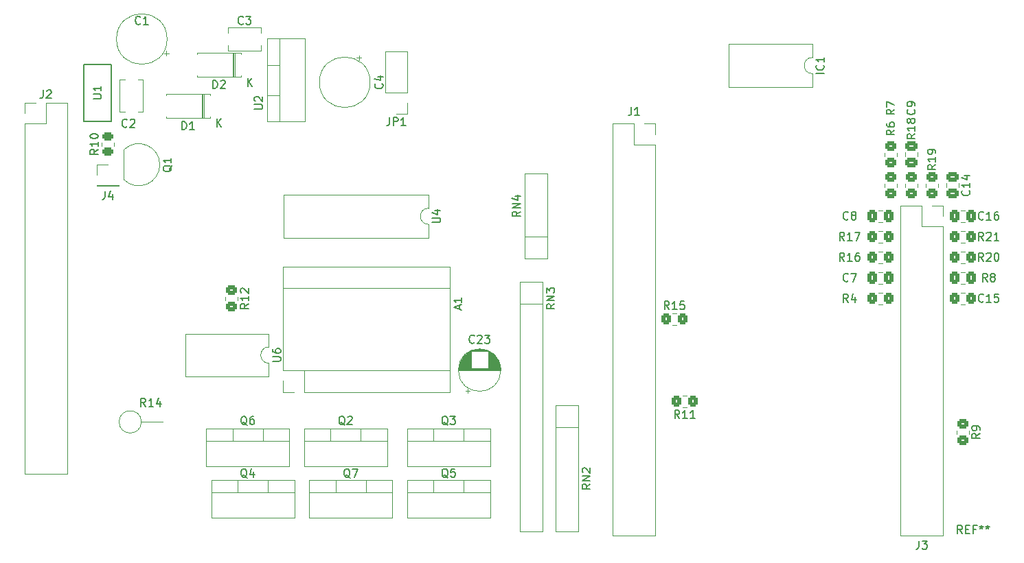
<source format=gto>
G04 #@! TF.GenerationSoftware,KiCad,Pcbnew,(6.0.0)*
G04 #@! TF.CreationDate,2022-01-14T02:16:32-05:00*
G04 #@! TF.ProjectId,klxecu,6b6c7865-6375-42e6-9b69-6361645f7063,rev?*
G04 #@! TF.SameCoordinates,Original*
G04 #@! TF.FileFunction,Legend,Top*
G04 #@! TF.FilePolarity,Positive*
%FSLAX46Y46*%
G04 Gerber Fmt 4.6, Leading zero omitted, Abs format (unit mm)*
G04 Created by KiCad (PCBNEW (6.0.0)) date 2022-01-14 02:16:32*
%MOMM*%
%LPD*%
G01*
G04 APERTURE LIST*
G04 Aperture macros list*
%AMRoundRect*
0 Rectangle with rounded corners*
0 $1 Rounding radius*
0 $2 $3 $4 $5 $6 $7 $8 $9 X,Y pos of 4 corners*
0 Add a 4 corners polygon primitive as box body*
4,1,4,$2,$3,$4,$5,$6,$7,$8,$9,$2,$3,0*
0 Add four circle primitives for the rounded corners*
1,1,$1+$1,$2,$3*
1,1,$1+$1,$4,$5*
1,1,$1+$1,$6,$7*
1,1,$1+$1,$8,$9*
0 Add four rect primitives between the rounded corners*
20,1,$1+$1,$2,$3,$4,$5,0*
20,1,$1+$1,$4,$5,$6,$7,0*
20,1,$1+$1,$6,$7,$8,$9,0*
20,1,$1+$1,$8,$9,$2,$3,0*%
G04 Aperture macros list end*
%ADD10C,0.150000*%
%ADD11C,0.120000*%
%ADD12C,6.400000*%
%ADD13RoundRect,0.250000X0.350000X0.450000X-0.350000X0.450000X-0.350000X-0.450000X0.350000X-0.450000X0*%
%ADD14RoundRect,0.250000X-0.450000X0.350000X-0.450000X-0.350000X0.450000X-0.350000X0.450000X0.350000X0*%
%ADD15RoundRect,0.250000X-0.350000X-0.450000X0.350000X-0.450000X0.350000X0.450000X-0.350000X0.450000X0*%
%ADD16RoundRect,0.250000X0.450000X-0.262500X0.450000X0.262500X-0.450000X0.262500X-0.450000X-0.262500X0*%
%ADD17C,1.600000*%
%ADD18O,1.600000X1.600000*%
%ADD19R,1.600000X1.600000*%
%ADD20R,2.000000X1.905000*%
%ADD21O,2.000000X1.905000*%
%ADD22R,1.905000X2.000000*%
%ADD23O,1.905000X2.000000*%
%ADD24O,1.500000X1.050000*%
%ADD25R,1.500000X1.050000*%
%ADD26R,1.700000X1.700000*%
%ADD27O,1.700000X1.700000*%
%ADD28R,2.200000X2.200000*%
%ADD29O,2.200000X2.200000*%
%ADD30RoundRect,0.250000X0.337500X0.475000X-0.337500X0.475000X-0.337500X-0.475000X0.337500X-0.475000X0*%
%ADD31RoundRect,0.250000X-0.475000X0.337500X-0.475000X-0.337500X0.475000X-0.337500X0.475000X0.337500X0*%
%ADD32RoundRect,0.250000X0.475000X-0.337500X0.475000X0.337500X-0.475000X0.337500X-0.475000X-0.337500X0*%
%ADD33RoundRect,0.250000X-0.337500X-0.475000X0.337500X-0.475000X0.337500X0.475000X-0.337500X0.475000X0*%
G04 APERTURE END LIST*
D10*
X142176666Y-89962380D02*
X141843333Y-89486190D01*
X141605238Y-89962380D02*
X141605238Y-88962380D01*
X141986190Y-88962380D01*
X142081428Y-89010000D01*
X142129047Y-89057619D01*
X142176666Y-89152857D01*
X142176666Y-89295714D01*
X142129047Y-89390952D01*
X142081428Y-89438571D01*
X141986190Y-89486190D01*
X141605238Y-89486190D01*
X142605238Y-89438571D02*
X142938571Y-89438571D01*
X143081428Y-89962380D02*
X142605238Y-89962380D01*
X142605238Y-88962380D01*
X143081428Y-88962380D01*
X143843333Y-89438571D02*
X143510000Y-89438571D01*
X143510000Y-89962380D02*
X143510000Y-88962380D01*
X143986190Y-88962380D01*
X144510000Y-88962380D02*
X144510000Y-89200476D01*
X144271904Y-89105238D02*
X144510000Y-89200476D01*
X144748095Y-89105238D01*
X144367142Y-89390952D02*
X144510000Y-89200476D01*
X144652857Y-89390952D01*
X145271904Y-88962380D02*
X145271904Y-89200476D01*
X145033809Y-89105238D02*
X145271904Y-89200476D01*
X145510000Y-89105238D01*
X145129047Y-89390952D02*
X145271904Y-89200476D01*
X145414761Y-89390952D01*
X144772142Y-53792380D02*
X144438809Y-53316190D01*
X144200714Y-53792380D02*
X144200714Y-52792380D01*
X144581666Y-52792380D01*
X144676904Y-52840000D01*
X144724523Y-52887619D01*
X144772142Y-52982857D01*
X144772142Y-53125714D01*
X144724523Y-53220952D01*
X144676904Y-53268571D01*
X144581666Y-53316190D01*
X144200714Y-53316190D01*
X145153095Y-52887619D02*
X145200714Y-52840000D01*
X145295952Y-52792380D01*
X145534047Y-52792380D01*
X145629285Y-52840000D01*
X145676904Y-52887619D01*
X145724523Y-52982857D01*
X145724523Y-53078095D01*
X145676904Y-53220952D01*
X145105476Y-53792380D01*
X145724523Y-53792380D01*
X146676904Y-53792380D02*
X146105476Y-53792380D01*
X146391190Y-53792380D02*
X146391190Y-52792380D01*
X146295952Y-52935238D01*
X146200714Y-53030476D01*
X146105476Y-53078095D01*
X144772142Y-56332380D02*
X144438809Y-55856190D01*
X144200714Y-56332380D02*
X144200714Y-55332380D01*
X144581666Y-55332380D01*
X144676904Y-55380000D01*
X144724523Y-55427619D01*
X144772142Y-55522857D01*
X144772142Y-55665714D01*
X144724523Y-55760952D01*
X144676904Y-55808571D01*
X144581666Y-55856190D01*
X144200714Y-55856190D01*
X145153095Y-55427619D02*
X145200714Y-55380000D01*
X145295952Y-55332380D01*
X145534047Y-55332380D01*
X145629285Y-55380000D01*
X145676904Y-55427619D01*
X145724523Y-55522857D01*
X145724523Y-55618095D01*
X145676904Y-55760952D01*
X145105476Y-56332380D01*
X145724523Y-56332380D01*
X146343571Y-55332380D02*
X146438809Y-55332380D01*
X146534047Y-55380000D01*
X146581666Y-55427619D01*
X146629285Y-55522857D01*
X146676904Y-55713333D01*
X146676904Y-55951428D01*
X146629285Y-56141904D01*
X146581666Y-56237142D01*
X146534047Y-56284761D01*
X146438809Y-56332380D01*
X146343571Y-56332380D01*
X146248333Y-56284761D01*
X146200714Y-56237142D01*
X146153095Y-56141904D01*
X146105476Y-55951428D01*
X146105476Y-55713333D01*
X146153095Y-55522857D01*
X146200714Y-55427619D01*
X146248333Y-55380000D01*
X146343571Y-55332380D01*
X138882380Y-44457857D02*
X138406190Y-44791190D01*
X138882380Y-45029285D02*
X137882380Y-45029285D01*
X137882380Y-44648333D01*
X137930000Y-44553095D01*
X137977619Y-44505476D01*
X138072857Y-44457857D01*
X138215714Y-44457857D01*
X138310952Y-44505476D01*
X138358571Y-44553095D01*
X138406190Y-44648333D01*
X138406190Y-45029285D01*
X138882380Y-43505476D02*
X138882380Y-44076904D01*
X138882380Y-43791190D02*
X137882380Y-43791190D01*
X138025238Y-43886428D01*
X138120476Y-43981666D01*
X138168095Y-44076904D01*
X138882380Y-43029285D02*
X138882380Y-42838809D01*
X138834761Y-42743571D01*
X138787142Y-42695952D01*
X138644285Y-42600714D01*
X138453809Y-42553095D01*
X138072857Y-42553095D01*
X137977619Y-42600714D01*
X137930000Y-42648333D01*
X137882380Y-42743571D01*
X137882380Y-42934047D01*
X137930000Y-43029285D01*
X137977619Y-43076904D01*
X138072857Y-43124523D01*
X138310952Y-43124523D01*
X138406190Y-43076904D01*
X138453809Y-43029285D01*
X138501428Y-42934047D01*
X138501428Y-42743571D01*
X138453809Y-42648333D01*
X138406190Y-42600714D01*
X138310952Y-42553095D01*
X136342380Y-40647857D02*
X135866190Y-40981190D01*
X136342380Y-41219285D02*
X135342380Y-41219285D01*
X135342380Y-40838333D01*
X135390000Y-40743095D01*
X135437619Y-40695476D01*
X135532857Y-40647857D01*
X135675714Y-40647857D01*
X135770952Y-40695476D01*
X135818571Y-40743095D01*
X135866190Y-40838333D01*
X135866190Y-41219285D01*
X136342380Y-39695476D02*
X136342380Y-40266904D01*
X136342380Y-39981190D02*
X135342380Y-39981190D01*
X135485238Y-40076428D01*
X135580476Y-40171666D01*
X135628095Y-40266904D01*
X135770952Y-39124047D02*
X135723333Y-39219285D01*
X135675714Y-39266904D01*
X135580476Y-39314523D01*
X135532857Y-39314523D01*
X135437619Y-39266904D01*
X135390000Y-39219285D01*
X135342380Y-39124047D01*
X135342380Y-38933571D01*
X135390000Y-38838333D01*
X135437619Y-38790714D01*
X135532857Y-38743095D01*
X135580476Y-38743095D01*
X135675714Y-38790714D01*
X135723333Y-38838333D01*
X135770952Y-38933571D01*
X135770952Y-39124047D01*
X135818571Y-39219285D01*
X135866190Y-39266904D01*
X135961428Y-39314523D01*
X136151904Y-39314523D01*
X136247142Y-39266904D01*
X136294761Y-39219285D01*
X136342380Y-39124047D01*
X136342380Y-38933571D01*
X136294761Y-38838333D01*
X136247142Y-38790714D01*
X136151904Y-38743095D01*
X135961428Y-38743095D01*
X135866190Y-38790714D01*
X135818571Y-38838333D01*
X135770952Y-38933571D01*
X127627142Y-53792380D02*
X127293809Y-53316190D01*
X127055714Y-53792380D02*
X127055714Y-52792380D01*
X127436666Y-52792380D01*
X127531904Y-52840000D01*
X127579523Y-52887619D01*
X127627142Y-52982857D01*
X127627142Y-53125714D01*
X127579523Y-53220952D01*
X127531904Y-53268571D01*
X127436666Y-53316190D01*
X127055714Y-53316190D01*
X128579523Y-53792380D02*
X128008095Y-53792380D01*
X128293809Y-53792380D02*
X128293809Y-52792380D01*
X128198571Y-52935238D01*
X128103333Y-53030476D01*
X128008095Y-53078095D01*
X128912857Y-52792380D02*
X129579523Y-52792380D01*
X129150952Y-53792380D01*
X127627142Y-56332380D02*
X127293809Y-55856190D01*
X127055714Y-56332380D02*
X127055714Y-55332380D01*
X127436666Y-55332380D01*
X127531904Y-55380000D01*
X127579523Y-55427619D01*
X127627142Y-55522857D01*
X127627142Y-55665714D01*
X127579523Y-55760952D01*
X127531904Y-55808571D01*
X127436666Y-55856190D01*
X127055714Y-55856190D01*
X128579523Y-56332380D02*
X128008095Y-56332380D01*
X128293809Y-56332380D02*
X128293809Y-55332380D01*
X128198571Y-55475238D01*
X128103333Y-55570476D01*
X128008095Y-55618095D01*
X129436666Y-55332380D02*
X129246190Y-55332380D01*
X129150952Y-55380000D01*
X129103333Y-55427619D01*
X129008095Y-55570476D01*
X128960476Y-55760952D01*
X128960476Y-56141904D01*
X129008095Y-56237142D01*
X129055714Y-56284761D01*
X129150952Y-56332380D01*
X129341428Y-56332380D01*
X129436666Y-56284761D01*
X129484285Y-56237142D01*
X129531904Y-56141904D01*
X129531904Y-55903809D01*
X129484285Y-55808571D01*
X129436666Y-55760952D01*
X129341428Y-55713333D01*
X129150952Y-55713333D01*
X129055714Y-55760952D01*
X129008095Y-55808571D01*
X128960476Y-55903809D01*
X106037142Y-62302380D02*
X105703809Y-61826190D01*
X105465714Y-62302380D02*
X105465714Y-61302380D01*
X105846666Y-61302380D01*
X105941904Y-61350000D01*
X105989523Y-61397619D01*
X106037142Y-61492857D01*
X106037142Y-61635714D01*
X105989523Y-61730952D01*
X105941904Y-61778571D01*
X105846666Y-61826190D01*
X105465714Y-61826190D01*
X106989523Y-62302380D02*
X106418095Y-62302380D01*
X106703809Y-62302380D02*
X106703809Y-61302380D01*
X106608571Y-61445238D01*
X106513333Y-61540476D01*
X106418095Y-61588095D01*
X107894285Y-61302380D02*
X107418095Y-61302380D01*
X107370476Y-61778571D01*
X107418095Y-61730952D01*
X107513333Y-61683333D01*
X107751428Y-61683333D01*
X107846666Y-61730952D01*
X107894285Y-61778571D01*
X107941904Y-61873809D01*
X107941904Y-62111904D01*
X107894285Y-62207142D01*
X107846666Y-62254761D01*
X107751428Y-62302380D01*
X107513333Y-62302380D01*
X107418095Y-62254761D01*
X107370476Y-62207142D01*
X128103333Y-61412380D02*
X127770000Y-60936190D01*
X127531904Y-61412380D02*
X127531904Y-60412380D01*
X127912857Y-60412380D01*
X128008095Y-60460000D01*
X128055714Y-60507619D01*
X128103333Y-60602857D01*
X128103333Y-60745714D01*
X128055714Y-60840952D01*
X128008095Y-60888571D01*
X127912857Y-60936190D01*
X127531904Y-60936190D01*
X128960476Y-60745714D02*
X128960476Y-61412380D01*
X128722380Y-60364761D02*
X128484285Y-61079047D01*
X129103333Y-61079047D01*
X35632380Y-42552857D02*
X35156190Y-42886190D01*
X35632380Y-43124285D02*
X34632380Y-43124285D01*
X34632380Y-42743333D01*
X34680000Y-42648095D01*
X34727619Y-42600476D01*
X34822857Y-42552857D01*
X34965714Y-42552857D01*
X35060952Y-42600476D01*
X35108571Y-42648095D01*
X35156190Y-42743333D01*
X35156190Y-43124285D01*
X35632380Y-41600476D02*
X35632380Y-42171904D01*
X35632380Y-41886190D02*
X34632380Y-41886190D01*
X34775238Y-41981428D01*
X34870476Y-42076666D01*
X34918095Y-42171904D01*
X34632380Y-40981428D02*
X34632380Y-40886190D01*
X34680000Y-40790952D01*
X34727619Y-40743333D01*
X34822857Y-40695714D01*
X35013333Y-40648095D01*
X35251428Y-40648095D01*
X35441904Y-40695714D01*
X35537142Y-40743333D01*
X35584761Y-40790952D01*
X35632380Y-40886190D01*
X35632380Y-40981428D01*
X35584761Y-41076666D01*
X35537142Y-41124285D01*
X35441904Y-41171904D01*
X35251428Y-41219523D01*
X35013333Y-41219523D01*
X34822857Y-41171904D01*
X34727619Y-41124285D01*
X34680000Y-41076666D01*
X34632380Y-40981428D01*
X107307142Y-75762380D02*
X106973809Y-75286190D01*
X106735714Y-75762380D02*
X106735714Y-74762380D01*
X107116666Y-74762380D01*
X107211904Y-74810000D01*
X107259523Y-74857619D01*
X107307142Y-74952857D01*
X107307142Y-75095714D01*
X107259523Y-75190952D01*
X107211904Y-75238571D01*
X107116666Y-75286190D01*
X106735714Y-75286190D01*
X108259523Y-75762380D02*
X107688095Y-75762380D01*
X107973809Y-75762380D02*
X107973809Y-74762380D01*
X107878571Y-74905238D01*
X107783333Y-75000476D01*
X107688095Y-75048095D01*
X109211904Y-75762380D02*
X108640476Y-75762380D01*
X108926190Y-75762380D02*
X108926190Y-74762380D01*
X108830952Y-74905238D01*
X108735714Y-75000476D01*
X108640476Y-75048095D01*
X41492142Y-74282380D02*
X41158809Y-73806190D01*
X40920714Y-74282380D02*
X40920714Y-73282380D01*
X41301666Y-73282380D01*
X41396904Y-73330000D01*
X41444523Y-73377619D01*
X41492142Y-73472857D01*
X41492142Y-73615714D01*
X41444523Y-73710952D01*
X41396904Y-73758571D01*
X41301666Y-73806190D01*
X40920714Y-73806190D01*
X42444523Y-74282380D02*
X41873095Y-74282380D01*
X42158809Y-74282380D02*
X42158809Y-73282380D01*
X42063571Y-73425238D01*
X41968333Y-73520476D01*
X41873095Y-73568095D01*
X43301666Y-73615714D02*
X43301666Y-74282380D01*
X43063571Y-73234761D02*
X42825476Y-73949047D01*
X43444523Y-73949047D01*
X57134058Y-68716904D02*
X57943582Y-68716904D01*
X58038820Y-68669285D01*
X58086439Y-68621666D01*
X58134058Y-68526428D01*
X58134058Y-68335952D01*
X58086439Y-68240714D01*
X58038820Y-68193095D01*
X57943582Y-68145476D01*
X57134058Y-68145476D01*
X57134058Y-67240714D02*
X57134058Y-67431190D01*
X57181678Y-67526428D01*
X57229297Y-67574047D01*
X57372154Y-67669285D01*
X57562630Y-67716904D01*
X57943582Y-67716904D01*
X58038820Y-67669285D01*
X58086439Y-67621666D01*
X58134058Y-67526428D01*
X58134058Y-67335952D01*
X58086439Y-67240714D01*
X58038820Y-67193095D01*
X57943582Y-67145476D01*
X57705487Y-67145476D01*
X57610249Y-67193095D01*
X57562630Y-67240714D01*
X57515011Y-67335952D01*
X57515011Y-67526428D01*
X57562630Y-67621666D01*
X57610249Y-67669285D01*
X57705487Y-67716904D01*
X76824058Y-51571904D02*
X77633582Y-51571904D01*
X77728820Y-51524285D01*
X77776439Y-51476666D01*
X77824058Y-51381428D01*
X77824058Y-51190952D01*
X77776439Y-51095714D01*
X77728820Y-51048095D01*
X77633582Y-51000476D01*
X76824058Y-51000476D01*
X77157392Y-50095714D02*
X77824058Y-50095714D01*
X76776439Y-50333809D02*
X77490725Y-50571904D01*
X77490725Y-49952857D01*
X54906067Y-37591904D02*
X55715591Y-37591904D01*
X55810829Y-37544285D01*
X55858448Y-37496666D01*
X55906067Y-37401428D01*
X55906067Y-37210952D01*
X55858448Y-37115714D01*
X55810829Y-37068095D01*
X55715591Y-37020476D01*
X54906067Y-37020476D01*
X55001306Y-36591904D02*
X54953687Y-36544285D01*
X54906067Y-36449047D01*
X54906067Y-36210952D01*
X54953687Y-36115714D01*
X55001306Y-36068095D01*
X55096544Y-36020476D01*
X55191782Y-36020476D01*
X55334639Y-36068095D01*
X55906067Y-36639523D01*
X55906067Y-36020476D01*
X35012380Y-36321904D02*
X35821904Y-36321904D01*
X35917142Y-36274285D01*
X35964761Y-36226666D01*
X36012380Y-36131428D01*
X36012380Y-35940952D01*
X35964761Y-35845714D01*
X35917142Y-35798095D01*
X35821904Y-35750476D01*
X35012380Y-35750476D01*
X36012380Y-34750476D02*
X36012380Y-35321904D01*
X36012380Y-35036190D02*
X35012380Y-35036190D01*
X35155238Y-35131428D01*
X35250476Y-35226666D01*
X35298095Y-35321904D01*
X87694058Y-50235476D02*
X87217868Y-50568809D01*
X87694058Y-50806904D02*
X86694058Y-50806904D01*
X86694058Y-50425952D01*
X86741678Y-50330714D01*
X86789297Y-50283095D01*
X86884535Y-50235476D01*
X87027392Y-50235476D01*
X87122630Y-50283095D01*
X87170249Y-50330714D01*
X87217868Y-50425952D01*
X87217868Y-50806904D01*
X87694058Y-49806904D02*
X86694058Y-49806904D01*
X87694058Y-49235476D01*
X86694058Y-49235476D01*
X87027392Y-48330714D02*
X87694058Y-48330714D01*
X86646439Y-48568809D02*
X87360725Y-48806904D01*
X87360725Y-48187857D01*
X91892380Y-61650476D02*
X91416190Y-61983809D01*
X91892380Y-62221904D02*
X90892380Y-62221904D01*
X90892380Y-61840952D01*
X90940000Y-61745714D01*
X90987619Y-61698095D01*
X91082857Y-61650476D01*
X91225714Y-61650476D01*
X91320952Y-61698095D01*
X91368571Y-61745714D01*
X91416190Y-61840952D01*
X91416190Y-62221904D01*
X91892380Y-61221904D02*
X90892380Y-61221904D01*
X91892380Y-60650476D01*
X90892380Y-60650476D01*
X90892380Y-60269523D02*
X90892380Y-59650476D01*
X91273333Y-59983809D01*
X91273333Y-59840952D01*
X91320952Y-59745714D01*
X91368571Y-59698095D01*
X91463809Y-59650476D01*
X91701904Y-59650476D01*
X91797142Y-59698095D01*
X91844761Y-59745714D01*
X91892380Y-59840952D01*
X91892380Y-60126666D01*
X91844761Y-60221904D01*
X91797142Y-60269523D01*
X96304058Y-83875476D02*
X95827868Y-84208809D01*
X96304058Y-84446904D02*
X95304058Y-84446904D01*
X95304058Y-84065952D01*
X95351678Y-83970714D01*
X95399297Y-83923095D01*
X95494535Y-83875476D01*
X95637392Y-83875476D01*
X95732630Y-83923095D01*
X95780249Y-83970714D01*
X95827868Y-84065952D01*
X95827868Y-84446904D01*
X96304058Y-83446904D02*
X95304058Y-83446904D01*
X96304058Y-82875476D01*
X95304058Y-82875476D01*
X95399297Y-82446904D02*
X95351678Y-82399285D01*
X95304058Y-82304047D01*
X95304058Y-82065952D01*
X95351678Y-81970714D01*
X95399297Y-81923095D01*
X95494535Y-81875476D01*
X95589773Y-81875476D01*
X95732630Y-81923095D01*
X96304058Y-82494523D01*
X96304058Y-81875476D01*
X54172380Y-61602857D02*
X53696190Y-61936190D01*
X54172380Y-62174285D02*
X53172380Y-62174285D01*
X53172380Y-61793333D01*
X53220000Y-61698095D01*
X53267619Y-61650476D01*
X53362857Y-61602857D01*
X53505714Y-61602857D01*
X53600952Y-61650476D01*
X53648571Y-61698095D01*
X53696190Y-61793333D01*
X53696190Y-62174285D01*
X54172380Y-60650476D02*
X54172380Y-61221904D01*
X54172380Y-60936190D02*
X53172380Y-60936190D01*
X53315238Y-61031428D01*
X53410476Y-61126666D01*
X53458095Y-61221904D01*
X53267619Y-60269523D02*
X53220000Y-60221904D01*
X53172380Y-60126666D01*
X53172380Y-59888571D01*
X53220000Y-59793333D01*
X53267619Y-59745714D01*
X53362857Y-59698095D01*
X53458095Y-59698095D01*
X53600952Y-59745714D01*
X54172380Y-60317142D01*
X54172380Y-59698095D01*
X144342380Y-77636666D02*
X143866190Y-77970000D01*
X144342380Y-78208095D02*
X143342380Y-78208095D01*
X143342380Y-77827142D01*
X143390000Y-77731904D01*
X143437619Y-77684285D01*
X143532857Y-77636666D01*
X143675714Y-77636666D01*
X143770952Y-77684285D01*
X143818571Y-77731904D01*
X143866190Y-77827142D01*
X143866190Y-78208095D01*
X144342380Y-77160476D02*
X144342380Y-76970000D01*
X144294761Y-76874761D01*
X144247142Y-76827142D01*
X144104285Y-76731904D01*
X143913809Y-76684285D01*
X143532857Y-76684285D01*
X143437619Y-76731904D01*
X143390000Y-76779523D01*
X143342380Y-76874761D01*
X143342380Y-77065238D01*
X143390000Y-77160476D01*
X143437619Y-77208095D01*
X143532857Y-77255714D01*
X143770952Y-77255714D01*
X143866190Y-77208095D01*
X143913809Y-77160476D01*
X143961428Y-77065238D01*
X143961428Y-76874761D01*
X143913809Y-76779523D01*
X143866190Y-76731904D01*
X143770952Y-76684285D01*
X145248333Y-58872380D02*
X144915000Y-58396190D01*
X144676904Y-58872380D02*
X144676904Y-57872380D01*
X145057857Y-57872380D01*
X145153095Y-57920000D01*
X145200714Y-57967619D01*
X145248333Y-58062857D01*
X145248333Y-58205714D01*
X145200714Y-58300952D01*
X145153095Y-58348571D01*
X145057857Y-58396190D01*
X144676904Y-58396190D01*
X145819761Y-58300952D02*
X145724523Y-58253333D01*
X145676904Y-58205714D01*
X145629285Y-58110476D01*
X145629285Y-58062857D01*
X145676904Y-57967619D01*
X145724523Y-57920000D01*
X145819761Y-57872380D01*
X146010238Y-57872380D01*
X146105476Y-57920000D01*
X146153095Y-57967619D01*
X146200714Y-58062857D01*
X146200714Y-58110476D01*
X146153095Y-58205714D01*
X146105476Y-58253333D01*
X146010238Y-58300952D01*
X145819761Y-58300952D01*
X145724523Y-58348571D01*
X145676904Y-58396190D01*
X145629285Y-58491428D01*
X145629285Y-58681904D01*
X145676904Y-58777142D01*
X145724523Y-58824761D01*
X145819761Y-58872380D01*
X146010238Y-58872380D01*
X146105476Y-58824761D01*
X146153095Y-58777142D01*
X146200714Y-58681904D01*
X146200714Y-58491428D01*
X146153095Y-58396190D01*
X146105476Y-58348571D01*
X146010238Y-58300952D01*
X133802380Y-37631666D02*
X133326190Y-37965000D01*
X133802380Y-38203095D02*
X132802380Y-38203095D01*
X132802380Y-37822142D01*
X132850000Y-37726904D01*
X132897619Y-37679285D01*
X132992857Y-37631666D01*
X133135714Y-37631666D01*
X133230952Y-37679285D01*
X133278571Y-37726904D01*
X133326190Y-37822142D01*
X133326190Y-38203095D01*
X132802380Y-37298333D02*
X132802380Y-36631666D01*
X133802380Y-37060238D01*
X133802380Y-40171666D02*
X133326190Y-40505000D01*
X133802380Y-40743095D02*
X132802380Y-40743095D01*
X132802380Y-40362142D01*
X132850000Y-40266904D01*
X132897619Y-40219285D01*
X132992857Y-40171666D01*
X133135714Y-40171666D01*
X133230952Y-40219285D01*
X133278571Y-40266904D01*
X133326190Y-40362142D01*
X133326190Y-40743095D01*
X132802380Y-39314523D02*
X132802380Y-39505000D01*
X132850000Y-39600238D01*
X132897619Y-39647857D01*
X133040476Y-39743095D01*
X133230952Y-39790714D01*
X133611904Y-39790714D01*
X133707142Y-39743095D01*
X133754761Y-39695476D01*
X133802380Y-39600238D01*
X133802380Y-39409761D01*
X133754761Y-39314523D01*
X133707142Y-39266904D01*
X133611904Y-39219285D01*
X133373809Y-39219285D01*
X133278571Y-39266904D01*
X133230952Y-39314523D01*
X133183333Y-39409761D01*
X133183333Y-39600238D01*
X133230952Y-39695476D01*
X133278571Y-39743095D01*
X133373809Y-39790714D01*
X66686439Y-83097619D02*
X66591201Y-83050000D01*
X66495963Y-82954761D01*
X66353106Y-82811904D01*
X66257868Y-82764285D01*
X66162630Y-82764285D01*
X66210249Y-83002380D02*
X66115011Y-82954761D01*
X66019773Y-82859523D01*
X65972154Y-82669047D01*
X65972154Y-82335714D01*
X66019773Y-82145238D01*
X66115011Y-82050000D01*
X66210249Y-82002380D01*
X66400725Y-82002380D01*
X66495963Y-82050000D01*
X66591201Y-82145238D01*
X66638820Y-82335714D01*
X66638820Y-82669047D01*
X66591201Y-82859523D01*
X66495963Y-82954761D01*
X66400725Y-83002380D01*
X66210249Y-83002380D01*
X66972154Y-82002380D02*
X67638820Y-82002380D01*
X67210249Y-83002380D01*
X53986439Y-76597619D02*
X53891201Y-76550000D01*
X53795963Y-76454761D01*
X53653106Y-76311904D01*
X53557868Y-76264285D01*
X53462630Y-76264285D01*
X53510249Y-76502380D02*
X53415011Y-76454761D01*
X53319773Y-76359523D01*
X53272154Y-76169047D01*
X53272154Y-75835714D01*
X53319773Y-75645238D01*
X53415011Y-75550000D01*
X53510249Y-75502380D01*
X53700725Y-75502380D01*
X53795963Y-75550000D01*
X53891201Y-75645238D01*
X53938820Y-75835714D01*
X53938820Y-76169047D01*
X53891201Y-76359523D01*
X53795963Y-76454761D01*
X53700725Y-76502380D01*
X53510249Y-76502380D01*
X54795963Y-75502380D02*
X54605487Y-75502380D01*
X54510249Y-75550000D01*
X54462630Y-75597619D01*
X54367392Y-75740476D01*
X54319773Y-75930952D01*
X54319773Y-76311904D01*
X54367392Y-76407142D01*
X54415011Y-76454761D01*
X54510249Y-76502380D01*
X54700725Y-76502380D01*
X54795963Y-76454761D01*
X54843582Y-76407142D01*
X54891201Y-76311904D01*
X54891201Y-76073809D01*
X54843582Y-75978571D01*
X54795963Y-75930952D01*
X54700725Y-75883333D01*
X54510249Y-75883333D01*
X54415011Y-75930952D01*
X54367392Y-75978571D01*
X54319773Y-76073809D01*
X78751439Y-83097619D02*
X78656201Y-83050000D01*
X78560963Y-82954761D01*
X78418106Y-82811904D01*
X78322868Y-82764285D01*
X78227630Y-82764285D01*
X78275249Y-83002380D02*
X78180011Y-82954761D01*
X78084773Y-82859523D01*
X78037154Y-82669047D01*
X78037154Y-82335714D01*
X78084773Y-82145238D01*
X78180011Y-82050000D01*
X78275249Y-82002380D01*
X78465725Y-82002380D01*
X78560963Y-82050000D01*
X78656201Y-82145238D01*
X78703820Y-82335714D01*
X78703820Y-82669047D01*
X78656201Y-82859523D01*
X78560963Y-82954761D01*
X78465725Y-83002380D01*
X78275249Y-83002380D01*
X79608582Y-82002380D02*
X79132392Y-82002380D01*
X79084773Y-82478571D01*
X79132392Y-82430952D01*
X79227630Y-82383333D01*
X79465725Y-82383333D01*
X79560963Y-82430952D01*
X79608582Y-82478571D01*
X79656201Y-82573809D01*
X79656201Y-82811904D01*
X79608582Y-82907142D01*
X79560963Y-82954761D01*
X79465725Y-83002380D01*
X79227630Y-83002380D01*
X79132392Y-82954761D01*
X79084773Y-82907142D01*
X53986439Y-83097619D02*
X53891201Y-83050000D01*
X53795963Y-82954761D01*
X53653106Y-82811904D01*
X53557868Y-82764285D01*
X53462630Y-82764285D01*
X53510249Y-83002380D02*
X53415011Y-82954761D01*
X53319773Y-82859523D01*
X53272154Y-82669047D01*
X53272154Y-82335714D01*
X53319773Y-82145238D01*
X53415011Y-82050000D01*
X53510249Y-82002380D01*
X53700725Y-82002380D01*
X53795963Y-82050000D01*
X53891201Y-82145238D01*
X53938820Y-82335714D01*
X53938820Y-82669047D01*
X53891201Y-82859523D01*
X53795963Y-82954761D01*
X53700725Y-83002380D01*
X53510249Y-83002380D01*
X54795963Y-82335714D02*
X54795963Y-83002380D01*
X54557868Y-81954761D02*
X54319773Y-82669047D01*
X54938820Y-82669047D01*
X78751439Y-76597619D02*
X78656201Y-76550000D01*
X78560963Y-76454761D01*
X78418106Y-76311904D01*
X78322868Y-76264285D01*
X78227630Y-76264285D01*
X78275249Y-76502380D02*
X78180011Y-76454761D01*
X78084773Y-76359523D01*
X78037154Y-76169047D01*
X78037154Y-75835714D01*
X78084773Y-75645238D01*
X78180011Y-75550000D01*
X78275249Y-75502380D01*
X78465725Y-75502380D01*
X78560963Y-75550000D01*
X78656201Y-75645238D01*
X78703820Y-75835714D01*
X78703820Y-76169047D01*
X78656201Y-76359523D01*
X78560963Y-76454761D01*
X78465725Y-76502380D01*
X78275249Y-76502380D01*
X79037154Y-75502380D02*
X79656201Y-75502380D01*
X79322868Y-75883333D01*
X79465725Y-75883333D01*
X79560963Y-75930952D01*
X79608582Y-75978571D01*
X79656201Y-76073809D01*
X79656201Y-76311904D01*
X79608582Y-76407142D01*
X79560963Y-76454761D01*
X79465725Y-76502380D01*
X79180011Y-76502380D01*
X79084773Y-76454761D01*
X79037154Y-76407142D01*
X66051439Y-76597619D02*
X65956201Y-76550000D01*
X65860963Y-76454761D01*
X65718106Y-76311904D01*
X65622868Y-76264285D01*
X65527630Y-76264285D01*
X65575249Y-76502380D02*
X65480011Y-76454761D01*
X65384773Y-76359523D01*
X65337154Y-76169047D01*
X65337154Y-75835714D01*
X65384773Y-75645238D01*
X65480011Y-75550000D01*
X65575249Y-75502380D01*
X65765725Y-75502380D01*
X65860963Y-75550000D01*
X65956201Y-75645238D01*
X66003820Y-75835714D01*
X66003820Y-76169047D01*
X65956201Y-76359523D01*
X65860963Y-76454761D01*
X65765725Y-76502380D01*
X65575249Y-76502380D01*
X66384773Y-75597619D02*
X66432392Y-75550000D01*
X66527630Y-75502380D01*
X66765725Y-75502380D01*
X66860963Y-75550000D01*
X66908582Y-75597619D01*
X66956201Y-75692857D01*
X66956201Y-75788095D01*
X66908582Y-75930952D01*
X66337154Y-76502380D01*
X66956201Y-76502380D01*
X44747619Y-44545238D02*
X44700000Y-44640476D01*
X44604761Y-44735714D01*
X44461904Y-44878571D01*
X44414285Y-44973809D01*
X44414285Y-45069047D01*
X44652380Y-45021428D02*
X44604761Y-45116666D01*
X44509523Y-45211904D01*
X44319047Y-45259523D01*
X43985714Y-45259523D01*
X43795238Y-45211904D01*
X43700000Y-45116666D01*
X43652380Y-45021428D01*
X43652380Y-44830952D01*
X43700000Y-44735714D01*
X43795238Y-44640476D01*
X43985714Y-44592857D01*
X44319047Y-44592857D01*
X44509523Y-44640476D01*
X44604761Y-44735714D01*
X44652380Y-44830952D01*
X44652380Y-45021428D01*
X44652380Y-43640476D02*
X44652380Y-44211904D01*
X44652380Y-43926190D02*
X43652380Y-43926190D01*
X43795238Y-44021428D01*
X43890476Y-44116666D01*
X43938095Y-44211904D01*
X71556666Y-38612380D02*
X71556666Y-39326666D01*
X71509047Y-39469523D01*
X71413809Y-39564761D01*
X71270952Y-39612380D01*
X71175714Y-39612380D01*
X72032857Y-39612380D02*
X72032857Y-38612380D01*
X72413809Y-38612380D01*
X72509047Y-38660000D01*
X72556666Y-38707619D01*
X72604285Y-38802857D01*
X72604285Y-38945714D01*
X72556666Y-39040952D01*
X72509047Y-39088571D01*
X72413809Y-39136190D01*
X72032857Y-39136190D01*
X73556666Y-39612380D02*
X72985238Y-39612380D01*
X73270952Y-39612380D02*
X73270952Y-38612380D01*
X73175714Y-38755238D01*
X73080476Y-38850476D01*
X72985238Y-38898095D01*
X36496666Y-47712380D02*
X36496666Y-48426666D01*
X36449047Y-48569523D01*
X36353809Y-48664761D01*
X36210952Y-48712380D01*
X36115714Y-48712380D01*
X37401428Y-48045714D02*
X37401428Y-48712380D01*
X37163333Y-47664761D02*
X36925238Y-48379047D01*
X37544285Y-48379047D01*
X136826666Y-90892380D02*
X136826666Y-91606666D01*
X136779047Y-91749523D01*
X136683809Y-91844761D01*
X136540952Y-91892380D01*
X136445714Y-91892380D01*
X137207619Y-90892380D02*
X137826666Y-90892380D01*
X137493333Y-91273333D01*
X137636190Y-91273333D01*
X137731428Y-91320952D01*
X137779047Y-91368571D01*
X137826666Y-91463809D01*
X137826666Y-91701904D01*
X137779047Y-91797142D01*
X137731428Y-91844761D01*
X137636190Y-91892380D01*
X137350476Y-91892380D01*
X137255238Y-91844761D01*
X137207619Y-91797142D01*
X28871666Y-35237380D02*
X28871666Y-35951666D01*
X28824047Y-36094523D01*
X28728809Y-36189761D01*
X28585952Y-36237380D01*
X28490714Y-36237380D01*
X29300238Y-35332619D02*
X29347857Y-35285000D01*
X29443095Y-35237380D01*
X29681190Y-35237380D01*
X29776428Y-35285000D01*
X29824047Y-35332619D01*
X29871666Y-35427857D01*
X29871666Y-35523095D01*
X29824047Y-35665952D01*
X29252619Y-36237380D01*
X29871666Y-36237380D01*
X101356666Y-37352380D02*
X101356666Y-38066666D01*
X101309047Y-38209523D01*
X101213809Y-38304761D01*
X101070952Y-38352380D01*
X100975714Y-38352380D01*
X102356666Y-38352380D02*
X101785238Y-38352380D01*
X102070952Y-38352380D02*
X102070952Y-37352380D01*
X101975714Y-37495238D01*
X101880476Y-37590476D01*
X101785238Y-37638095D01*
X125141900Y-33185710D02*
X124141900Y-33185710D01*
X125046662Y-32138091D02*
X125094281Y-32185710D01*
X125141900Y-32328567D01*
X125141900Y-32423805D01*
X125094281Y-32566662D01*
X124999043Y-32661900D01*
X124903805Y-32709520D01*
X124713329Y-32757139D01*
X124570472Y-32757139D01*
X124379996Y-32709520D01*
X124284758Y-32661900D01*
X124189520Y-32566662D01*
X124141900Y-32423805D01*
X124141900Y-32328567D01*
X124189520Y-32185710D01*
X124237139Y-32138091D01*
X125141900Y-31185710D02*
X125141900Y-31757139D01*
X125141900Y-31471424D02*
X124141900Y-31471424D01*
X124284758Y-31566662D01*
X124379996Y-31661900D01*
X124427615Y-31757139D01*
X49785591Y-35031067D02*
X49785591Y-34031067D01*
X50023687Y-34031067D01*
X50166544Y-34078687D01*
X50261782Y-34173925D01*
X50309401Y-34269163D01*
X50357020Y-34459639D01*
X50357020Y-34602496D01*
X50309401Y-34792972D01*
X50261782Y-34888210D01*
X50166544Y-34983448D01*
X50023687Y-35031067D01*
X49785591Y-35031067D01*
X50737972Y-34126306D02*
X50785591Y-34078687D01*
X50880829Y-34031067D01*
X51118925Y-34031067D01*
X51214163Y-34078687D01*
X51261782Y-34126306D01*
X51309401Y-34221544D01*
X51309401Y-34316782D01*
X51261782Y-34459639D01*
X50690353Y-35031067D01*
X51309401Y-35031067D01*
X54071782Y-34742380D02*
X54071782Y-33742380D01*
X54643210Y-34742380D02*
X54214639Y-34170952D01*
X54643210Y-33742380D02*
X54071782Y-34313809D01*
X45975591Y-40111067D02*
X45975591Y-39111067D01*
X46213687Y-39111067D01*
X46356544Y-39158687D01*
X46451782Y-39253925D01*
X46499401Y-39349163D01*
X46547020Y-39539639D01*
X46547020Y-39682496D01*
X46499401Y-39872972D01*
X46451782Y-39968210D01*
X46356544Y-40063448D01*
X46213687Y-40111067D01*
X45975591Y-40111067D01*
X47499401Y-40111067D02*
X46927972Y-40111067D01*
X47213687Y-40111067D02*
X47213687Y-39111067D01*
X47118448Y-39253925D01*
X47023210Y-39349163D01*
X46927972Y-39396782D01*
X50261782Y-39741067D02*
X50261782Y-38741067D01*
X50833210Y-39741067D02*
X50404639Y-39169639D01*
X50833210Y-38741067D02*
X50261782Y-39312496D01*
X82013820Y-66397142D02*
X81966201Y-66444761D01*
X81823344Y-66492380D01*
X81728106Y-66492380D01*
X81585249Y-66444761D01*
X81490011Y-66349523D01*
X81442392Y-66254285D01*
X81394773Y-66063809D01*
X81394773Y-65920952D01*
X81442392Y-65730476D01*
X81490011Y-65635238D01*
X81585249Y-65540000D01*
X81728106Y-65492380D01*
X81823344Y-65492380D01*
X81966201Y-65540000D01*
X82013820Y-65587619D01*
X82394773Y-65587619D02*
X82442392Y-65540000D01*
X82537630Y-65492380D01*
X82775725Y-65492380D01*
X82870963Y-65540000D01*
X82918582Y-65587619D01*
X82966201Y-65682857D01*
X82966201Y-65778095D01*
X82918582Y-65920952D01*
X82347154Y-66492380D01*
X82966201Y-66492380D01*
X83299535Y-65492380D02*
X83918582Y-65492380D01*
X83585249Y-65873333D01*
X83728106Y-65873333D01*
X83823344Y-65920952D01*
X83870963Y-65968571D01*
X83918582Y-66063809D01*
X83918582Y-66301904D01*
X83870963Y-66397142D01*
X83823344Y-66444761D01*
X83728106Y-66492380D01*
X83442392Y-66492380D01*
X83347154Y-66444761D01*
X83299535Y-66397142D01*
X144772142Y-51157142D02*
X144724523Y-51204761D01*
X144581666Y-51252380D01*
X144486428Y-51252380D01*
X144343571Y-51204761D01*
X144248333Y-51109523D01*
X144200714Y-51014285D01*
X144153095Y-50823809D01*
X144153095Y-50680952D01*
X144200714Y-50490476D01*
X144248333Y-50395238D01*
X144343571Y-50300000D01*
X144486428Y-50252380D01*
X144581666Y-50252380D01*
X144724523Y-50300000D01*
X144772142Y-50347619D01*
X145724523Y-51252380D02*
X145153095Y-51252380D01*
X145438809Y-51252380D02*
X145438809Y-50252380D01*
X145343571Y-50395238D01*
X145248333Y-50490476D01*
X145153095Y-50538095D01*
X146581666Y-50252380D02*
X146391190Y-50252380D01*
X146295952Y-50300000D01*
X146248333Y-50347619D01*
X146153095Y-50490476D01*
X146105476Y-50680952D01*
X146105476Y-51061904D01*
X146153095Y-51157142D01*
X146200714Y-51204761D01*
X146295952Y-51252380D01*
X146486428Y-51252380D01*
X146581666Y-51204761D01*
X146629285Y-51157142D01*
X146676904Y-51061904D01*
X146676904Y-50823809D01*
X146629285Y-50728571D01*
X146581666Y-50680952D01*
X146486428Y-50633333D01*
X146295952Y-50633333D01*
X146200714Y-50680952D01*
X146153095Y-50728571D01*
X146105476Y-50823809D01*
X144772142Y-61317142D02*
X144724523Y-61364761D01*
X144581666Y-61412380D01*
X144486428Y-61412380D01*
X144343571Y-61364761D01*
X144248333Y-61269523D01*
X144200714Y-61174285D01*
X144153095Y-60983809D01*
X144153095Y-60840952D01*
X144200714Y-60650476D01*
X144248333Y-60555238D01*
X144343571Y-60460000D01*
X144486428Y-60412380D01*
X144581666Y-60412380D01*
X144724523Y-60460000D01*
X144772142Y-60507619D01*
X145724523Y-61412380D02*
X145153095Y-61412380D01*
X145438809Y-61412380D02*
X145438809Y-60412380D01*
X145343571Y-60555238D01*
X145248333Y-60650476D01*
X145153095Y-60698095D01*
X146629285Y-60412380D02*
X146153095Y-60412380D01*
X146105476Y-60888571D01*
X146153095Y-60840952D01*
X146248333Y-60793333D01*
X146486428Y-60793333D01*
X146581666Y-60840952D01*
X146629285Y-60888571D01*
X146676904Y-60983809D01*
X146676904Y-61221904D01*
X146629285Y-61317142D01*
X146581666Y-61364761D01*
X146486428Y-61412380D01*
X146248333Y-61412380D01*
X146153095Y-61364761D01*
X146105476Y-61317142D01*
X143007142Y-47632857D02*
X143054761Y-47680476D01*
X143102380Y-47823333D01*
X143102380Y-47918571D01*
X143054761Y-48061428D01*
X142959523Y-48156666D01*
X142864285Y-48204285D01*
X142673809Y-48251904D01*
X142530952Y-48251904D01*
X142340476Y-48204285D01*
X142245238Y-48156666D01*
X142150000Y-48061428D01*
X142102380Y-47918571D01*
X142102380Y-47823333D01*
X142150000Y-47680476D01*
X142197619Y-47632857D01*
X143102380Y-46680476D02*
X143102380Y-47251904D01*
X143102380Y-46966190D02*
X142102380Y-46966190D01*
X142245238Y-47061428D01*
X142340476Y-47156666D01*
X142388095Y-47251904D01*
X142435714Y-45823333D02*
X143102380Y-45823333D01*
X142054761Y-46061428D02*
X142769047Y-46299523D01*
X142769047Y-45680476D01*
X136247142Y-37631666D02*
X136294761Y-37679285D01*
X136342380Y-37822142D01*
X136342380Y-37917380D01*
X136294761Y-38060238D01*
X136199523Y-38155476D01*
X136104285Y-38203095D01*
X135913809Y-38250714D01*
X135770952Y-38250714D01*
X135580476Y-38203095D01*
X135485238Y-38155476D01*
X135390000Y-38060238D01*
X135342380Y-37917380D01*
X135342380Y-37822142D01*
X135390000Y-37679285D01*
X135437619Y-37631666D01*
X136342380Y-37155476D02*
X136342380Y-36965000D01*
X136294761Y-36869761D01*
X136247142Y-36822142D01*
X136104285Y-36726904D01*
X135913809Y-36679285D01*
X135532857Y-36679285D01*
X135437619Y-36726904D01*
X135390000Y-36774523D01*
X135342380Y-36869761D01*
X135342380Y-37060238D01*
X135390000Y-37155476D01*
X135437619Y-37203095D01*
X135532857Y-37250714D01*
X135770952Y-37250714D01*
X135866190Y-37203095D01*
X135913809Y-37155476D01*
X135961428Y-37060238D01*
X135961428Y-36869761D01*
X135913809Y-36774523D01*
X135866190Y-36726904D01*
X135770952Y-36679285D01*
X128103333Y-51157142D02*
X128055714Y-51204761D01*
X127912857Y-51252380D01*
X127817619Y-51252380D01*
X127674761Y-51204761D01*
X127579523Y-51109523D01*
X127531904Y-51014285D01*
X127484285Y-50823809D01*
X127484285Y-50680952D01*
X127531904Y-50490476D01*
X127579523Y-50395238D01*
X127674761Y-50300000D01*
X127817619Y-50252380D01*
X127912857Y-50252380D01*
X128055714Y-50300000D01*
X128103333Y-50347619D01*
X128674761Y-50680952D02*
X128579523Y-50633333D01*
X128531904Y-50585714D01*
X128484285Y-50490476D01*
X128484285Y-50442857D01*
X128531904Y-50347619D01*
X128579523Y-50300000D01*
X128674761Y-50252380D01*
X128865238Y-50252380D01*
X128960476Y-50300000D01*
X129008095Y-50347619D01*
X129055714Y-50442857D01*
X129055714Y-50490476D01*
X129008095Y-50585714D01*
X128960476Y-50633333D01*
X128865238Y-50680952D01*
X128674761Y-50680952D01*
X128579523Y-50728571D01*
X128531904Y-50776190D01*
X128484285Y-50871428D01*
X128484285Y-51061904D01*
X128531904Y-51157142D01*
X128579523Y-51204761D01*
X128674761Y-51252380D01*
X128865238Y-51252380D01*
X128960476Y-51204761D01*
X129008095Y-51157142D01*
X129055714Y-51061904D01*
X129055714Y-50871428D01*
X129008095Y-50776190D01*
X128960476Y-50728571D01*
X128865238Y-50680952D01*
X128103333Y-58777142D02*
X128055714Y-58824761D01*
X127912857Y-58872380D01*
X127817619Y-58872380D01*
X127674761Y-58824761D01*
X127579523Y-58729523D01*
X127531904Y-58634285D01*
X127484285Y-58443809D01*
X127484285Y-58300952D01*
X127531904Y-58110476D01*
X127579523Y-58015238D01*
X127674761Y-57920000D01*
X127817619Y-57872380D01*
X127912857Y-57872380D01*
X128055714Y-57920000D01*
X128103333Y-57967619D01*
X128436666Y-57872380D02*
X129103333Y-57872380D01*
X128674761Y-58872380D01*
X70647142Y-34436666D02*
X70694761Y-34484285D01*
X70742380Y-34627142D01*
X70742380Y-34722380D01*
X70694761Y-34865238D01*
X70599523Y-34960476D01*
X70504285Y-35008095D01*
X70313809Y-35055714D01*
X70170952Y-35055714D01*
X69980476Y-35008095D01*
X69885238Y-34960476D01*
X69790000Y-34865238D01*
X69742380Y-34722380D01*
X69742380Y-34627142D01*
X69790000Y-34484285D01*
X69837619Y-34436666D01*
X70075714Y-33579523D02*
X70742380Y-33579523D01*
X69694761Y-33817619D02*
X70409047Y-34055714D01*
X70409047Y-33436666D01*
X53532020Y-27027142D02*
X53484401Y-27074761D01*
X53341544Y-27122380D01*
X53246306Y-27122380D01*
X53103448Y-27074761D01*
X53008210Y-26979523D01*
X52960591Y-26884285D01*
X52912972Y-26693809D01*
X52912972Y-26550952D01*
X52960591Y-26360476D01*
X53008210Y-26265238D01*
X53103448Y-26170000D01*
X53246306Y-26122380D01*
X53341544Y-26122380D01*
X53484401Y-26170000D01*
X53532020Y-26217619D01*
X53865353Y-26122380D02*
X54484401Y-26122380D01*
X54151067Y-26503333D01*
X54293925Y-26503333D01*
X54389163Y-26550952D01*
X54436782Y-26598571D01*
X54484401Y-26693809D01*
X54484401Y-26931904D01*
X54436782Y-27027142D01*
X54389163Y-27074761D01*
X54293925Y-27122380D01*
X54008210Y-27122380D01*
X53912972Y-27074761D01*
X53865353Y-27027142D01*
X39203333Y-39727142D02*
X39155714Y-39774761D01*
X39012857Y-39822380D01*
X38917619Y-39822380D01*
X38774761Y-39774761D01*
X38679523Y-39679523D01*
X38631904Y-39584285D01*
X38584285Y-39393809D01*
X38584285Y-39250952D01*
X38631904Y-39060476D01*
X38679523Y-38965238D01*
X38774761Y-38870000D01*
X38917619Y-38822380D01*
X39012857Y-38822380D01*
X39155714Y-38870000D01*
X39203333Y-38917619D01*
X39584285Y-38917619D02*
X39631904Y-38870000D01*
X39727142Y-38822380D01*
X39965238Y-38822380D01*
X40060476Y-38870000D01*
X40108095Y-38917619D01*
X40155714Y-39012857D01*
X40155714Y-39108095D01*
X40108095Y-39250952D01*
X39536666Y-39822380D01*
X40155714Y-39822380D01*
X40852020Y-27027142D02*
X40804401Y-27074761D01*
X40661544Y-27122380D01*
X40566306Y-27122380D01*
X40423448Y-27074761D01*
X40328210Y-26979523D01*
X40280591Y-26884285D01*
X40232972Y-26693809D01*
X40232972Y-26550952D01*
X40280591Y-26360476D01*
X40328210Y-26265238D01*
X40423448Y-26170000D01*
X40566306Y-26122380D01*
X40661544Y-26122380D01*
X40804401Y-26170000D01*
X40852020Y-26217619D01*
X41804401Y-27122380D02*
X41232972Y-27122380D01*
X41518687Y-27122380D02*
X41518687Y-26122380D01*
X41423448Y-26265238D01*
X41328210Y-26360476D01*
X41232972Y-26408095D01*
X80176666Y-62309285D02*
X80176666Y-61833095D01*
X80462380Y-62404523D02*
X79462380Y-62071190D01*
X80462380Y-61737857D01*
X80462380Y-60880714D02*
X80462380Y-61452142D01*
X80462380Y-61166428D02*
X79462380Y-61166428D01*
X79605238Y-61261666D01*
X79700476Y-61356904D01*
X79748095Y-61452142D01*
D11*
X142467064Y-54075000D02*
X142012936Y-54075000D01*
X142467064Y-52605000D02*
X142012936Y-52605000D01*
X142467064Y-55145000D02*
X142012936Y-55145000D01*
X142467064Y-56615000D02*
X142012936Y-56615000D01*
X139165000Y-46762936D02*
X139165000Y-47217064D01*
X137695000Y-46762936D02*
X137695000Y-47217064D01*
X136625000Y-46762936D02*
X136625000Y-47217064D01*
X135155000Y-46762936D02*
X135155000Y-47217064D01*
X131852936Y-52605000D02*
X132307064Y-52605000D01*
X131852936Y-54075000D02*
X132307064Y-54075000D01*
X131852936Y-55145000D02*
X132307064Y-55145000D01*
X131852936Y-56615000D02*
X132307064Y-56615000D01*
X106452936Y-62765000D02*
X106907064Y-62765000D01*
X106452936Y-64235000D02*
X106907064Y-64235000D01*
X132307064Y-60225000D02*
X131852936Y-60225000D01*
X132307064Y-61695000D02*
X131852936Y-61695000D01*
X36095000Y-42137064D02*
X36095000Y-41682936D01*
X37565000Y-42137064D02*
X37565000Y-41682936D01*
X108177064Y-74395000D02*
X107722936Y-74395000D01*
X108177064Y-72925000D02*
X107722936Y-72925000D01*
X40965000Y-76200000D02*
G75*
G03*
X40965000Y-76200000I-1370000J0D01*
G01*
X40965000Y-76200000D02*
X43575000Y-76200000D01*
X56681678Y-70605000D02*
X56681678Y-68955000D01*
X46401678Y-70605000D02*
X56681678Y-70605000D01*
X46401678Y-65305000D02*
X46401678Y-70605000D01*
X56681678Y-65305000D02*
X46401678Y-65305000D01*
X56681678Y-66955000D02*
X56681678Y-65305000D01*
X56681678Y-66955000D02*
G75*
G03*
X56681678Y-68955000I0J-1000000D01*
G01*
X76371678Y-49810000D02*
G75*
G03*
X76371678Y-51810000I0J-1000000D01*
G01*
X76371678Y-49810000D02*
X76371678Y-48160000D01*
X76371678Y-48160000D02*
X58471678Y-48160000D01*
X58471678Y-48160000D02*
X58471678Y-53460000D01*
X58471678Y-53460000D02*
X76371678Y-53460000D01*
X76371678Y-53460000D02*
X76371678Y-51810000D01*
X56453687Y-39133687D02*
X56453687Y-28893687D01*
X61094687Y-39133687D02*
X61094687Y-28893687D01*
X56453687Y-39133687D02*
X61094687Y-39133687D01*
X56453687Y-28893687D02*
X61094687Y-28893687D01*
X57963687Y-39133687D02*
X57963687Y-28893687D01*
X56453687Y-35863687D02*
X57963687Y-35863687D01*
X56453687Y-32162687D02*
X57963687Y-32162687D01*
D10*
X33860000Y-39060000D02*
X37260000Y-39060000D01*
X33860000Y-32060000D02*
X37260000Y-32060000D01*
X33860000Y-39060000D02*
X33860000Y-32060000D01*
X37260000Y-39060000D02*
X37260000Y-32060000D01*
D11*
X88241678Y-56065000D02*
X91041678Y-56065000D01*
X91041678Y-56065000D02*
X91041678Y-45565000D01*
X91041678Y-45565000D02*
X88241678Y-45565000D01*
X88241678Y-45565000D02*
X88241678Y-56065000D01*
X88241678Y-53355000D02*
X91041678Y-53355000D01*
X90406678Y-58880000D02*
X87606678Y-58880000D01*
X87606678Y-58880000D02*
X87606678Y-89700000D01*
X87606678Y-89700000D02*
X90406678Y-89700000D01*
X90406678Y-89700000D02*
X90406678Y-58880000D01*
X90406678Y-61590000D02*
X87606678Y-61590000D01*
X94851678Y-74125000D02*
X92051678Y-74125000D01*
X92051678Y-74125000D02*
X92051678Y-89705000D01*
X92051678Y-89705000D02*
X94851678Y-89705000D01*
X94851678Y-89705000D02*
X94851678Y-74125000D01*
X94851678Y-76835000D02*
X92051678Y-76835000D01*
X51335000Y-60732936D02*
X51335000Y-61187064D01*
X52805000Y-60732936D02*
X52805000Y-61187064D01*
X141505000Y-77242936D02*
X141505000Y-77697064D01*
X142975000Y-77242936D02*
X142975000Y-77697064D01*
X142012936Y-60225000D02*
X142467064Y-60225000D01*
X142012936Y-61695000D02*
X142467064Y-61695000D01*
X132615000Y-42952936D02*
X132615000Y-43407064D01*
X134085000Y-42952936D02*
X134085000Y-43407064D01*
X134085000Y-46762936D02*
X134085000Y-47217064D01*
X132615000Y-46762936D02*
X132615000Y-47217064D01*
X61661678Y-83400000D02*
X71901678Y-83400000D01*
X61661678Y-88041000D02*
X71901678Y-88041000D01*
X61661678Y-83400000D02*
X61661678Y-88041000D01*
X71901678Y-83400000D02*
X71901678Y-88041000D01*
X61661678Y-84910000D02*
X71901678Y-84910000D01*
X64931678Y-83400000D02*
X64931678Y-84910000D01*
X68632678Y-83400000D02*
X68632678Y-84910000D01*
X48961678Y-77050000D02*
X59201678Y-77050000D01*
X48961678Y-81691000D02*
X59201678Y-81691000D01*
X48961678Y-77050000D02*
X48961678Y-81691000D01*
X59201678Y-77050000D02*
X59201678Y-81691000D01*
X48961678Y-78560000D02*
X59201678Y-78560000D01*
X52231678Y-77050000D02*
X52231678Y-78560000D01*
X55932678Y-77050000D02*
X55932678Y-78560000D01*
X73726678Y-83400000D02*
X83966678Y-83400000D01*
X73726678Y-88041000D02*
X83966678Y-88041000D01*
X73726678Y-83400000D02*
X73726678Y-88041000D01*
X83966678Y-83400000D02*
X83966678Y-88041000D01*
X73726678Y-84910000D02*
X83966678Y-84910000D01*
X76996678Y-83400000D02*
X76996678Y-84910000D01*
X80697678Y-83400000D02*
X80697678Y-84910000D01*
X56567678Y-83400000D02*
X56567678Y-84910000D01*
X52866678Y-83400000D02*
X52866678Y-84910000D01*
X49596678Y-84910000D02*
X59836678Y-84910000D01*
X59836678Y-83400000D02*
X59836678Y-88041000D01*
X49596678Y-83400000D02*
X49596678Y-88041000D01*
X49596678Y-88041000D02*
X59836678Y-88041000D01*
X49596678Y-83400000D02*
X59836678Y-83400000D01*
X73726678Y-77050000D02*
X83966678Y-77050000D01*
X73726678Y-81691000D02*
X83966678Y-81691000D01*
X73726678Y-77050000D02*
X73726678Y-81691000D01*
X83966678Y-77050000D02*
X83966678Y-81691000D01*
X73726678Y-78560000D02*
X83966678Y-78560000D01*
X76996678Y-77050000D02*
X76996678Y-78560000D01*
X80697678Y-77050000D02*
X80697678Y-78560000D01*
X61026678Y-77050000D02*
X71266678Y-77050000D01*
X61026678Y-81691000D02*
X71266678Y-81691000D01*
X61026678Y-77050000D02*
X61026678Y-81691000D01*
X71266678Y-77050000D02*
X71266678Y-81691000D01*
X61026678Y-78560000D02*
X71266678Y-78560000D01*
X64296678Y-77050000D02*
X64296678Y-78560000D01*
X67997678Y-77050000D02*
X67997678Y-78560000D01*
X38790000Y-42650000D02*
X38790000Y-46250000D01*
X43240001Y-44450000D02*
G75*
G03*
X38801522Y-42611522I-2600001J0D01*
G01*
X38801522Y-46288478D02*
G75*
G03*
X43240000Y-44450000I1838478J1838478D01*
G01*
X73720000Y-30420000D02*
X71060000Y-30420000D01*
X73720000Y-35560000D02*
X73720000Y-30420000D01*
X71060000Y-35560000D02*
X71060000Y-30420000D01*
X73720000Y-35560000D02*
X71060000Y-35560000D01*
X73720000Y-36830000D02*
X73720000Y-38160000D01*
X73720000Y-38160000D02*
X72390000Y-38160000D01*
X35500000Y-47050000D02*
X38160000Y-47050000D01*
X35500000Y-46990000D02*
X35500000Y-47050000D01*
X38160000Y-46990000D02*
X38160000Y-47050000D01*
X35500000Y-46990000D02*
X38160000Y-46990000D01*
X35500000Y-45720000D02*
X35500000Y-44390000D01*
X35500000Y-44390000D02*
X36830000Y-44390000D01*
X138430000Y-49470000D02*
X139760000Y-49470000D01*
X139760000Y-49470000D02*
X139760000Y-50800000D01*
X137160000Y-49470000D02*
X137160000Y-52070000D01*
X137160000Y-52070000D02*
X139760000Y-52070000D01*
X139760000Y-52070000D02*
X139760000Y-90230000D01*
X134560000Y-90230000D02*
X139760000Y-90230000D01*
X134560000Y-49470000D02*
X134560000Y-90230000D01*
X134560000Y-49470000D02*
X137160000Y-49470000D01*
X26605000Y-82625000D02*
X31805000Y-82625000D01*
X26605000Y-39385000D02*
X26605000Y-82625000D01*
X31805000Y-36785000D02*
X31805000Y-82625000D01*
X26605000Y-39385000D02*
X29205000Y-39385000D01*
X29205000Y-39385000D02*
X29205000Y-36785000D01*
X29205000Y-36785000D02*
X31805000Y-36785000D01*
X26605000Y-38115000D02*
X26605000Y-36785000D01*
X26605000Y-36785000D02*
X27935000Y-36785000D01*
X102960000Y-39340000D02*
X104290000Y-39340000D01*
X104290000Y-39340000D02*
X104290000Y-40670000D01*
X101690000Y-39340000D02*
X101690000Y-41940000D01*
X101690000Y-41940000D02*
X104290000Y-41940000D01*
X104290000Y-41940000D02*
X104290000Y-90260000D01*
X99090000Y-90260000D02*
X104290000Y-90260000D01*
X99090000Y-39340000D02*
X99090000Y-90260000D01*
X99090000Y-39340000D02*
X101690000Y-39340000D01*
X123689520Y-34859520D02*
X123689520Y-33209520D01*
X113409520Y-34859520D02*
X123689520Y-34859520D01*
X113409520Y-29559520D02*
X113409520Y-34859520D01*
X123689520Y-29559520D02*
X113409520Y-29559520D01*
X123689520Y-31209520D02*
X123689520Y-29559520D01*
X123689520Y-31209520D02*
G75*
G03*
X123689520Y-33209520I0J-1000000D01*
G01*
X53243687Y-33448687D02*
X53243687Y-33578687D01*
X53243687Y-33578687D02*
X47803687Y-33578687D01*
X47803687Y-33578687D02*
X47803687Y-33448687D01*
X53243687Y-30768687D02*
X53243687Y-30638687D01*
X53243687Y-30638687D02*
X47803687Y-30638687D01*
X47803687Y-30638687D02*
X47803687Y-30768687D01*
X52343687Y-33578687D02*
X52343687Y-30638687D01*
X52223687Y-33578687D02*
X52223687Y-30638687D01*
X52463687Y-33578687D02*
X52463687Y-30638687D01*
X49433687Y-38528687D02*
X49433687Y-38658687D01*
X49433687Y-38658687D02*
X43993687Y-38658687D01*
X43993687Y-38658687D02*
X43993687Y-38528687D01*
X49433687Y-35848687D02*
X49433687Y-35718687D01*
X49433687Y-35718687D02*
X43993687Y-35718687D01*
X43993687Y-35718687D02*
X43993687Y-35848687D01*
X48533687Y-38658687D02*
X48533687Y-35718687D01*
X48413687Y-38658687D02*
X48413687Y-35718687D01*
X48653687Y-38658687D02*
X48653687Y-35718687D01*
X85276678Y-69805113D02*
G75*
G03*
X85276678Y-69805113I-2620000J0D01*
G01*
X80076678Y-69805113D02*
X85236678Y-69805113D01*
X80076678Y-69765113D02*
X85236678Y-69765113D01*
X80077678Y-69725113D02*
X85235678Y-69725113D01*
X80078678Y-69685113D02*
X85234678Y-69685113D01*
X80080678Y-69645113D02*
X85232678Y-69645113D01*
X80083678Y-69605113D02*
X85229678Y-69605113D01*
X80087678Y-69565113D02*
X81616678Y-69565113D01*
X83696678Y-69565113D02*
X85225678Y-69565113D01*
X80091678Y-69525113D02*
X81616678Y-69525113D01*
X83696678Y-69525113D02*
X85221678Y-69525113D01*
X80095678Y-69485113D02*
X81616678Y-69485113D01*
X83696678Y-69485113D02*
X85217678Y-69485113D01*
X80100678Y-69445113D02*
X81616678Y-69445113D01*
X83696678Y-69445113D02*
X85212678Y-69445113D01*
X80106678Y-69405113D02*
X81616678Y-69405113D01*
X83696678Y-69405113D02*
X85206678Y-69405113D01*
X80113678Y-69365113D02*
X81616678Y-69365113D01*
X83696678Y-69365113D02*
X85199678Y-69365113D01*
X80120678Y-69325113D02*
X81616678Y-69325113D01*
X83696678Y-69325113D02*
X85192678Y-69325113D01*
X80128678Y-69285113D02*
X81616678Y-69285113D01*
X83696678Y-69285113D02*
X85184678Y-69285113D01*
X80136678Y-69245113D02*
X81616678Y-69245113D01*
X83696678Y-69245113D02*
X85176678Y-69245113D01*
X80145678Y-69205113D02*
X81616678Y-69205113D01*
X83696678Y-69205113D02*
X85167678Y-69205113D01*
X80155678Y-69165113D02*
X81616678Y-69165113D01*
X83696678Y-69165113D02*
X85157678Y-69165113D01*
X80165678Y-69125113D02*
X81616678Y-69125113D01*
X83696678Y-69125113D02*
X85147678Y-69125113D01*
X80176678Y-69084113D02*
X81616678Y-69084113D01*
X83696678Y-69084113D02*
X85136678Y-69084113D01*
X80188678Y-69044113D02*
X81616678Y-69044113D01*
X83696678Y-69044113D02*
X85124678Y-69044113D01*
X80201678Y-69004113D02*
X81616678Y-69004113D01*
X83696678Y-69004113D02*
X85111678Y-69004113D01*
X80214678Y-68964113D02*
X81616678Y-68964113D01*
X83696678Y-68964113D02*
X85098678Y-68964113D01*
X80228678Y-68924113D02*
X81616678Y-68924113D01*
X83696678Y-68924113D02*
X85084678Y-68924113D01*
X80242678Y-68884113D02*
X81616678Y-68884113D01*
X83696678Y-68884113D02*
X85070678Y-68884113D01*
X80258678Y-68844113D02*
X81616678Y-68844113D01*
X83696678Y-68844113D02*
X85054678Y-68844113D01*
X80274678Y-68804113D02*
X81616678Y-68804113D01*
X83696678Y-68804113D02*
X85038678Y-68804113D01*
X80291678Y-68764113D02*
X81616678Y-68764113D01*
X83696678Y-68764113D02*
X85021678Y-68764113D01*
X80308678Y-68724113D02*
X81616678Y-68724113D01*
X83696678Y-68724113D02*
X85004678Y-68724113D01*
X80327678Y-68684113D02*
X81616678Y-68684113D01*
X83696678Y-68684113D02*
X84985678Y-68684113D01*
X80346678Y-68644113D02*
X81616678Y-68644113D01*
X83696678Y-68644113D02*
X84966678Y-68644113D01*
X80366678Y-68604113D02*
X81616678Y-68604113D01*
X83696678Y-68604113D02*
X84946678Y-68604113D01*
X80388678Y-68564113D02*
X81616678Y-68564113D01*
X83696678Y-68564113D02*
X84924678Y-68564113D01*
X80409678Y-68524113D02*
X81616678Y-68524113D01*
X83696678Y-68524113D02*
X84903678Y-68524113D01*
X80432678Y-68484113D02*
X81616678Y-68484113D01*
X83696678Y-68484113D02*
X84880678Y-68484113D01*
X80456678Y-68444113D02*
X81616678Y-68444113D01*
X83696678Y-68444113D02*
X84856678Y-68444113D01*
X80481678Y-68404113D02*
X81616678Y-68404113D01*
X83696678Y-68404113D02*
X84831678Y-68404113D01*
X80507678Y-68364113D02*
X81616678Y-68364113D01*
X83696678Y-68364113D02*
X84805678Y-68364113D01*
X80534678Y-68324113D02*
X81616678Y-68324113D01*
X83696678Y-68324113D02*
X84778678Y-68324113D01*
X80561678Y-68284113D02*
X81616678Y-68284113D01*
X83696678Y-68284113D02*
X84751678Y-68284113D01*
X80591678Y-68244113D02*
X81616678Y-68244113D01*
X83696678Y-68244113D02*
X84721678Y-68244113D01*
X80621678Y-68204113D02*
X81616678Y-68204113D01*
X83696678Y-68204113D02*
X84691678Y-68204113D01*
X80652678Y-68164113D02*
X81616678Y-68164113D01*
X83696678Y-68164113D02*
X84660678Y-68164113D01*
X80685678Y-68124113D02*
X81616678Y-68124113D01*
X83696678Y-68124113D02*
X84627678Y-68124113D01*
X80719678Y-68084113D02*
X81616678Y-68084113D01*
X83696678Y-68084113D02*
X84593678Y-68084113D01*
X80755678Y-68044113D02*
X81616678Y-68044113D01*
X83696678Y-68044113D02*
X84557678Y-68044113D01*
X80792678Y-68004113D02*
X81616678Y-68004113D01*
X83696678Y-68004113D02*
X84520678Y-68004113D01*
X80830678Y-67964113D02*
X81616678Y-67964113D01*
X83696678Y-67964113D02*
X84482678Y-67964113D01*
X80871678Y-67924113D02*
X81616678Y-67924113D01*
X83696678Y-67924113D02*
X84441678Y-67924113D01*
X80913678Y-67884113D02*
X81616678Y-67884113D01*
X83696678Y-67884113D02*
X84399678Y-67884113D01*
X80957678Y-67844113D02*
X81616678Y-67844113D01*
X83696678Y-67844113D02*
X84355678Y-67844113D01*
X81003678Y-67804113D02*
X81616678Y-67804113D01*
X83696678Y-67804113D02*
X84309678Y-67804113D01*
X81051678Y-67764113D02*
X81616678Y-67764113D01*
X83696678Y-67764113D02*
X84261678Y-67764113D01*
X81102678Y-67724113D02*
X81616678Y-67724113D01*
X83696678Y-67724113D02*
X84210678Y-67724113D01*
X81156678Y-67684113D02*
X81616678Y-67684113D01*
X83696678Y-67684113D02*
X84156678Y-67684113D01*
X81213678Y-67644113D02*
X81616678Y-67644113D01*
X83696678Y-67644113D02*
X84099678Y-67644113D01*
X81273678Y-67604113D02*
X81616678Y-67604113D01*
X83696678Y-67604113D02*
X84039678Y-67604113D01*
X81337678Y-67564113D02*
X81616678Y-67564113D01*
X83696678Y-67564113D02*
X83975678Y-67564113D01*
X81405678Y-67524113D02*
X81616678Y-67524113D01*
X83696678Y-67524113D02*
X83907678Y-67524113D01*
X81478678Y-67484113D02*
X83834678Y-67484113D01*
X81558678Y-67444113D02*
X83754678Y-67444113D01*
X81645678Y-67404113D02*
X83667678Y-67404113D01*
X81741678Y-67364113D02*
X83571678Y-67364113D01*
X81851678Y-67324113D02*
X83461678Y-67324113D01*
X81979678Y-67284113D02*
X83333678Y-67284113D01*
X82138678Y-67244113D02*
X83174678Y-67244113D01*
X82372678Y-67204113D02*
X82940678Y-67204113D01*
X81181678Y-72609888D02*
X81181678Y-72109888D01*
X80931678Y-72359888D02*
X81431678Y-72359888D01*
X142501252Y-51535000D02*
X141978748Y-51535000D01*
X142501252Y-50065000D02*
X141978748Y-50065000D01*
X142501252Y-57685000D02*
X141978748Y-57685000D01*
X142501252Y-59155000D02*
X141978748Y-59155000D01*
X141705000Y-46728748D02*
X141705000Y-47251252D01*
X140235000Y-46728748D02*
X140235000Y-47251252D01*
X135155000Y-43441252D02*
X135155000Y-42918748D01*
X136625000Y-43441252D02*
X136625000Y-42918748D01*
X131818748Y-50065000D02*
X132341252Y-50065000D01*
X131818748Y-51535000D02*
X132341252Y-51535000D01*
X131818748Y-57685000D02*
X132341252Y-57685000D01*
X131818748Y-59155000D02*
X132341252Y-59155000D01*
X68095000Y-31230251D02*
X67495000Y-31230251D01*
X67795000Y-30930251D02*
X67795000Y-31530251D01*
X69160000Y-34270000D02*
G75*
G03*
X69160000Y-34270000I-3120000J0D01*
G01*
X55718687Y-30353687D02*
X51678687Y-30353687D01*
X55718687Y-27513687D02*
X51678687Y-27513687D01*
X55718687Y-30353687D02*
X55718687Y-29728687D01*
X55718687Y-28138687D02*
X55718687Y-27513687D01*
X51678687Y-30353687D02*
X51678687Y-29728687D01*
X51678687Y-28138687D02*
X51678687Y-27513687D01*
X38308687Y-37938687D02*
X38308687Y-33898687D01*
X41148687Y-37938687D02*
X41148687Y-33898687D01*
X38308687Y-37938687D02*
X38933687Y-37938687D01*
X40523687Y-37938687D02*
X41148687Y-37938687D01*
X38308687Y-33898687D02*
X38933687Y-33898687D01*
X40523687Y-33898687D02*
X41148687Y-33898687D01*
X44138687Y-28933687D02*
G75*
G03*
X44138687Y-28933687I-3120000J0D01*
G01*
X44358436Y-30688687D02*
X43758436Y-30688687D01*
X44058436Y-30988687D02*
X44058436Y-30388687D01*
X58396678Y-59680000D02*
X78976678Y-59680000D01*
X61066678Y-69840000D02*
X78976678Y-69840000D01*
X58396678Y-71110000D02*
X58396678Y-72510000D01*
X58396678Y-72510000D02*
X59796678Y-72510000D01*
X58396678Y-69840000D02*
X61066678Y-69840000D01*
X61066678Y-69840000D02*
X61066678Y-72510000D01*
X61066678Y-72510000D02*
X78976678Y-72510000D01*
X78976678Y-72510000D02*
X78976678Y-57010000D01*
X78976678Y-57010000D02*
X58396678Y-57010000D01*
X58396678Y-57010000D02*
X58396678Y-69840000D01*
%LPC*%
D12*
X22860000Y-27940000D03*
X22860000Y-91440000D03*
X142240000Y-27940000D03*
D13*
X143240000Y-53340000D03*
X141240000Y-53340000D03*
X141240000Y-55880000D03*
X143240000Y-55880000D03*
D14*
X138430000Y-45990000D03*
X138430000Y-47990000D03*
X135890000Y-45990000D03*
X135890000Y-47990000D03*
D15*
X131080000Y-53340000D03*
X133080000Y-53340000D03*
X131080000Y-55880000D03*
X133080000Y-55880000D03*
X105680000Y-63500000D03*
X107680000Y-63500000D03*
D13*
X131080000Y-60960000D03*
X133080000Y-60960000D03*
D16*
X36830000Y-42822500D03*
X36830000Y-40997500D03*
D13*
X108950000Y-73660000D03*
X106950000Y-73660000D03*
D17*
X39595000Y-76200000D03*
D18*
X44675000Y-76200000D03*
X55351678Y-71765000D03*
X47731678Y-64145000D03*
X52811678Y-71765000D03*
X50271678Y-64145000D03*
X50271678Y-71765000D03*
X52811678Y-64145000D03*
X47731678Y-71765000D03*
D19*
X55351678Y-64145000D03*
X75041678Y-47000000D03*
D18*
X59801678Y-54620000D03*
X72501678Y-47000000D03*
X62341678Y-54620000D03*
X69961678Y-47000000D03*
X64881678Y-54620000D03*
X67421678Y-47000000D03*
X67421678Y-54620000D03*
X64881678Y-47000000D03*
X69961678Y-54620000D03*
X62341678Y-47000000D03*
X72501678Y-54620000D03*
X59801678Y-47000000D03*
X75041678Y-54620000D03*
D20*
X59723687Y-36553687D03*
D21*
X59723687Y-34013687D03*
X59723687Y-31473687D03*
D17*
X36210000Y-33060000D03*
X34910000Y-38060000D03*
D19*
X89641678Y-54625000D03*
D18*
X89641678Y-52085000D03*
X89641678Y-49545000D03*
X89641678Y-47005000D03*
D19*
X89006678Y-60320000D03*
D18*
X89006678Y-62860000D03*
X89006678Y-65400000D03*
X89006678Y-67940000D03*
X89006678Y-70480000D03*
X89006678Y-73020000D03*
X89006678Y-75560000D03*
X89006678Y-78100000D03*
X89006678Y-80640000D03*
X89006678Y-83180000D03*
X89006678Y-85720000D03*
X89006678Y-88260000D03*
D19*
X93451678Y-75565000D03*
D18*
X93451678Y-78105000D03*
X93451678Y-80645000D03*
X93451678Y-83185000D03*
X93451678Y-85725000D03*
X93451678Y-88265000D03*
D14*
X52070000Y-61960000D03*
X52070000Y-59960000D03*
X142240000Y-78470000D03*
X142240000Y-76470000D03*
D15*
X141240000Y-60960000D03*
X143240000Y-60960000D03*
D14*
X133350000Y-44180000D03*
X133350000Y-42180000D03*
X133350000Y-45990000D03*
X133350000Y-47990000D03*
D22*
X64241678Y-86670000D03*
D23*
X66781678Y-86670000D03*
X69321678Y-86670000D03*
D22*
X51541678Y-80320000D03*
D23*
X54081678Y-80320000D03*
X56621678Y-80320000D03*
D22*
X76306678Y-86670000D03*
D23*
X78846678Y-86670000D03*
X81386678Y-86670000D03*
X57256678Y-86670000D03*
X54716678Y-86670000D03*
D22*
X52176678Y-86670000D03*
X76306678Y-80320000D03*
D23*
X78846678Y-80320000D03*
X81386678Y-80320000D03*
D22*
X63606678Y-80320000D03*
D23*
X66146678Y-80320000D03*
X68686678Y-80320000D03*
D24*
X40640000Y-44450000D03*
X40640000Y-45720000D03*
D25*
X40640000Y-43180000D03*
D26*
X72390000Y-36830000D03*
D27*
X72390000Y-34290000D03*
X72390000Y-31750000D03*
D26*
X36830000Y-45720000D03*
D27*
X135890000Y-88900000D03*
X138430000Y-88900000D03*
X135890000Y-86360000D03*
X138430000Y-86360000D03*
X135890000Y-83820000D03*
X138430000Y-83820000D03*
X135890000Y-81280000D03*
X138430000Y-81280000D03*
X135890000Y-78740000D03*
X138430000Y-78740000D03*
X135890000Y-76200000D03*
X138430000Y-76200000D03*
X135890000Y-73660000D03*
X138430000Y-73660000D03*
X135890000Y-71120000D03*
X138430000Y-71120000D03*
X135890000Y-68580000D03*
X138430000Y-68580000D03*
X135890000Y-66040000D03*
X138430000Y-66040000D03*
X135890000Y-63500000D03*
X138430000Y-63500000D03*
X135890000Y-60960000D03*
X138430000Y-60960000D03*
X135890000Y-58420000D03*
X138430000Y-58420000D03*
X135890000Y-55880000D03*
X138430000Y-55880000D03*
X135890000Y-53340000D03*
X138430000Y-53340000D03*
X135890000Y-50800000D03*
D26*
X138430000Y-50800000D03*
X27935000Y-38115000D03*
D27*
X30475000Y-38115000D03*
X27935000Y-40655000D03*
X30475000Y-40655000D03*
X27935000Y-43195000D03*
X30475000Y-43195000D03*
X27935000Y-45735000D03*
X30475000Y-45735000D03*
X27935000Y-48275000D03*
X30475000Y-48275000D03*
X27935000Y-50815000D03*
X30475000Y-50815000D03*
X27935000Y-53355000D03*
X30475000Y-53355000D03*
X27935000Y-55895000D03*
X30475000Y-55895000D03*
X27935000Y-58435000D03*
X30475000Y-58435000D03*
X27935000Y-60975000D03*
X30475000Y-60975000D03*
X27935000Y-63515000D03*
X30475000Y-63515000D03*
X27935000Y-66055000D03*
X30475000Y-66055000D03*
X27935000Y-68595000D03*
X30475000Y-68595000D03*
X27935000Y-71135000D03*
X30475000Y-71135000D03*
X27935000Y-73675000D03*
X30475000Y-73675000D03*
X27935000Y-76215000D03*
X30475000Y-76215000D03*
X27935000Y-78755000D03*
X30475000Y-78755000D03*
X27935000Y-81295000D03*
X30475000Y-81295000D03*
X100420000Y-88930000D03*
X102960000Y-88930000D03*
X100420000Y-86390000D03*
X102960000Y-86390000D03*
X100420000Y-83850000D03*
X102960000Y-83850000D03*
X100420000Y-81310000D03*
X102960000Y-81310000D03*
X100420000Y-78770000D03*
X102960000Y-78770000D03*
X100420000Y-76230000D03*
X102960000Y-76230000D03*
X100420000Y-73690000D03*
X102960000Y-73690000D03*
X100420000Y-71150000D03*
X102960000Y-71150000D03*
X100420000Y-68610000D03*
X102960000Y-68610000D03*
X100420000Y-66070000D03*
X102960000Y-66070000D03*
X100420000Y-63530000D03*
X102960000Y-63530000D03*
X100420000Y-60990000D03*
X102960000Y-60990000D03*
X100420000Y-58450000D03*
X102960000Y-58450000D03*
X100420000Y-55910000D03*
X102960000Y-55910000D03*
X100420000Y-53370000D03*
X102960000Y-53370000D03*
X100420000Y-50830000D03*
X102960000Y-50830000D03*
X100420000Y-48290000D03*
X102960000Y-48290000D03*
X100420000Y-45750000D03*
X102960000Y-45750000D03*
X100420000Y-43210000D03*
X102960000Y-43210000D03*
X100420000Y-40670000D03*
D26*
X102960000Y-40670000D03*
D18*
X122359520Y-36019520D03*
X114739520Y-28399520D03*
X119819520Y-36019520D03*
X117279520Y-28399520D03*
X117279520Y-36019520D03*
X119819520Y-28399520D03*
X114739520Y-36019520D03*
D19*
X122359520Y-28399520D03*
D28*
X54333687Y-32108687D03*
D29*
X46713687Y-32108687D03*
D28*
X50523687Y-37188687D03*
D29*
X42903687Y-37188687D03*
D19*
X82656678Y-71055113D03*
D17*
X82656678Y-68555113D03*
D30*
X143277500Y-50800000D03*
X141202500Y-50800000D03*
X141202500Y-58420000D03*
X143277500Y-58420000D03*
D31*
X140970000Y-45952500D03*
X140970000Y-48027500D03*
D32*
X135890000Y-44217500D03*
X135890000Y-42142500D03*
D33*
X131042500Y-50800000D03*
X133117500Y-50800000D03*
X131042500Y-58420000D03*
X133117500Y-58420000D03*
D17*
X66040000Y-35520000D03*
D19*
X66040000Y-33020000D03*
D17*
X54948687Y-28933687D03*
X52448687Y-28933687D03*
X39728687Y-37168687D03*
X39728687Y-34668687D03*
D19*
X42268687Y-28933687D03*
D17*
X39768687Y-28933687D03*
D19*
X59796678Y-71110000D03*
D18*
X77576678Y-58410000D03*
X62336678Y-71110000D03*
X75036678Y-58410000D03*
X64876678Y-71110000D03*
X72496678Y-58410000D03*
X67416678Y-71110000D03*
X69956678Y-58410000D03*
X69956678Y-71110000D03*
X67416678Y-58410000D03*
X72496678Y-71110000D03*
X64876678Y-58410000D03*
X75036678Y-71110000D03*
X62336678Y-58410000D03*
X77576678Y-71110000D03*
X59796678Y-58410000D03*
M02*

</source>
